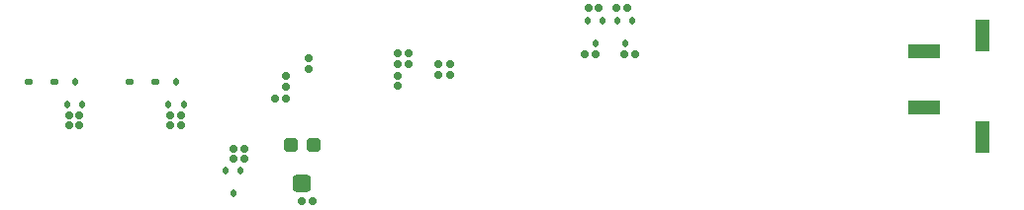
<source format=gbp>
G04*
G04 #@! TF.GenerationSoftware,Altium Limited,Altium Designer,23.0.1 (38)*
G04*
G04 Layer_Color=128*
%FSAX25Y25*%
%MOIN*%
G70*
G04*
G04 #@! TF.SameCoordinates,B9DD0259-405E-4331-997F-192D94839516*
G04*
G04*
G04 #@! TF.FilePolarity,Positive*
G04*
G01*
G75*
G04:AMPARAMS|DCode=25|XSize=23.62mil|YSize=23.62mil|CornerRadius=5.91mil|HoleSize=0mil|Usage=FLASHONLY|Rotation=270.000|XOffset=0mil|YOffset=0mil|HoleType=Round|Shape=RoundedRectangle|*
%AMROUNDEDRECTD25*
21,1,0.02362,0.01181,0,0,270.0*
21,1,0.01181,0.02362,0,0,270.0*
1,1,0.01181,-0.00591,-0.00591*
1,1,0.01181,-0.00591,0.00591*
1,1,0.01181,0.00591,0.00591*
1,1,0.01181,0.00591,-0.00591*
%
%ADD25ROUNDEDRECTD25*%
G04:AMPARAMS|DCode=29|XSize=25.2mil|YSize=25.2mil|CornerRadius=6.3mil|HoleSize=0mil|Usage=FLASHONLY|Rotation=270.000|XOffset=0mil|YOffset=0mil|HoleType=Round|Shape=RoundedRectangle|*
%AMROUNDEDRECTD29*
21,1,0.02520,0.01260,0,0,270.0*
21,1,0.01260,0.02520,0,0,270.0*
1,1,0.01260,-0.00630,-0.00630*
1,1,0.01260,-0.00630,0.00630*
1,1,0.01260,0.00630,0.00630*
1,1,0.01260,0.00630,-0.00630*
%
%ADD29ROUNDEDRECTD29*%
G04:AMPARAMS|DCode=32|XSize=23.62mil|YSize=23.62mil|CornerRadius=5.91mil|HoleSize=0mil|Usage=FLASHONLY|Rotation=0.000|XOffset=0mil|YOffset=0mil|HoleType=Round|Shape=RoundedRectangle|*
%AMROUNDEDRECTD32*
21,1,0.02362,0.01181,0,0,0.0*
21,1,0.01181,0.02362,0,0,0.0*
1,1,0.01181,0.00591,-0.00591*
1,1,0.01181,-0.00591,-0.00591*
1,1,0.01181,-0.00591,0.00591*
1,1,0.01181,0.00591,0.00591*
%
%ADD32ROUNDEDRECTD32*%
G04:AMPARAMS|DCode=33|XSize=25.2mil|YSize=25.2mil|CornerRadius=6.3mil|HoleSize=0mil|Usage=FLASHONLY|Rotation=180.000|XOffset=0mil|YOffset=0mil|HoleType=Round|Shape=RoundedRectangle|*
%AMROUNDEDRECTD33*
21,1,0.02520,0.01260,0,0,180.0*
21,1,0.01260,0.02520,0,0,180.0*
1,1,0.01260,-0.00630,0.00630*
1,1,0.01260,0.00630,0.00630*
1,1,0.01260,0.00630,-0.00630*
1,1,0.01260,-0.00630,-0.00630*
%
%ADD33ROUNDEDRECTD33*%
G04:AMPARAMS|DCode=107|XSize=18.5mil|YSize=23.62mil|CornerRadius=4.63mil|HoleSize=0mil|Usage=FLASHONLY|Rotation=0.000|XOffset=0mil|YOffset=0mil|HoleType=Round|Shape=RoundedRectangle|*
%AMROUNDEDRECTD107*
21,1,0.01850,0.01437,0,0,0.0*
21,1,0.00925,0.02362,0,0,0.0*
1,1,0.00925,0.00463,-0.00719*
1,1,0.00925,-0.00463,-0.00719*
1,1,0.00925,-0.00463,0.00719*
1,1,0.00925,0.00463,0.00719*
%
%ADD107ROUNDEDRECTD107*%
G04:AMPARAMS|DCode=108|XSize=25.59mil|YSize=19.68mil|CornerRadius=4.92mil|HoleSize=0mil|Usage=FLASHONLY|Rotation=0.000|XOffset=0mil|YOffset=0mil|HoleType=Round|Shape=RoundedRectangle|*
%AMROUNDEDRECTD108*
21,1,0.02559,0.00984,0,0,0.0*
21,1,0.01575,0.01968,0,0,0.0*
1,1,0.00984,0.00787,-0.00492*
1,1,0.00984,-0.00787,-0.00492*
1,1,0.00984,-0.00787,0.00492*
1,1,0.00984,0.00787,0.00492*
%
%ADD108ROUNDEDRECTD108*%
G04:AMPARAMS|DCode=109|XSize=108.27mil|YSize=47.24mil|CornerRadius=2.36mil|HoleSize=0mil|Usage=FLASHONLY|Rotation=90.000|XOffset=0mil|YOffset=0mil|HoleType=Round|Shape=RoundedRectangle|*
%AMROUNDEDRECTD109*
21,1,0.10827,0.04252,0,0,90.0*
21,1,0.10354,0.04724,0,0,90.0*
1,1,0.00472,0.02126,0.05177*
1,1,0.00472,0.02126,-0.05177*
1,1,0.00472,-0.02126,-0.05177*
1,1,0.00472,-0.02126,0.05177*
%
%ADD109ROUNDEDRECTD109*%
G04:AMPARAMS|DCode=110|XSize=47.24mil|YSize=47.24mil|CornerRadius=11.81mil|HoleSize=0mil|Usage=FLASHONLY|Rotation=0.000|XOffset=0mil|YOffset=0mil|HoleType=Round|Shape=RoundedRectangle|*
%AMROUNDEDRECTD110*
21,1,0.04724,0.02362,0,0,0.0*
21,1,0.02362,0.04724,0,0,0.0*
1,1,0.02362,0.01181,-0.01181*
1,1,0.02362,-0.01181,-0.01181*
1,1,0.02362,-0.01181,0.01181*
1,1,0.02362,0.01181,0.01181*
%
%ADD110ROUNDEDRECTD110*%
G04:AMPARAMS|DCode=111|XSize=62.99mil|YSize=59.06mil|CornerRadius=14.76mil|HoleSize=0mil|Usage=FLASHONLY|Rotation=0.000|XOffset=0mil|YOffset=0mil|HoleType=Round|Shape=RoundedRectangle|*
%AMROUNDEDRECTD111*
21,1,0.06299,0.02953,0,0,0.0*
21,1,0.03347,0.05906,0,0,0.0*
1,1,0.02953,0.01673,-0.01476*
1,1,0.02953,-0.01673,-0.01476*
1,1,0.02953,-0.01673,0.01476*
1,1,0.02953,0.01673,0.01476*
%
%ADD111ROUNDEDRECTD111*%
G04:AMPARAMS|DCode=112|XSize=108.27mil|YSize=47.24mil|CornerRadius=2.36mil|HoleSize=0mil|Usage=FLASHONLY|Rotation=0.000|XOffset=0mil|YOffset=0mil|HoleType=Round|Shape=RoundedRectangle|*
%AMROUNDEDRECTD112*
21,1,0.10827,0.04252,0,0,0.0*
21,1,0.10354,0.04724,0,0,0.0*
1,1,0.00472,0.05177,-0.02126*
1,1,0.00472,-0.05177,-0.02126*
1,1,0.00472,-0.05177,0.02126*
1,1,0.00472,0.05177,0.02126*
%
%ADD112ROUNDEDRECTD112*%
D25*
X0157776Y0013976D02*
D03*
X0186417Y0063976D02*
D03*
X0189961D02*
D03*
X0189961Y0060236D02*
D03*
X0186417D02*
D03*
X0154232Y0013976D02*
D03*
X0254134Y0079134D02*
D03*
X0250590D02*
D03*
X0253051Y0063484D02*
D03*
X0249508D02*
D03*
X0263779Y0079134D02*
D03*
X0260236D02*
D03*
X0262894Y0063484D02*
D03*
X0266437D02*
D03*
D29*
X0145039Y0048720D02*
D03*
X0148661D02*
D03*
D32*
X0131004Y0028248D02*
D03*
Y0031791D02*
D03*
X0113287Y0043110D02*
D03*
Y0039567D02*
D03*
X0109744D02*
D03*
Y0043110D02*
D03*
X0079232D02*
D03*
Y0039567D02*
D03*
X0075689D02*
D03*
Y0043110D02*
D03*
X0204035Y0060138D02*
D03*
Y0056595D02*
D03*
X0200098Y0060138D02*
D03*
Y0056595D02*
D03*
X0148622Y0052658D02*
D03*
X0134744Y0028248D02*
D03*
Y0031791D02*
D03*
X0148622Y0056201D02*
D03*
D33*
X0156398Y0062146D02*
D03*
Y0058524D02*
D03*
X0186516Y0056437D02*
D03*
Y0052815D02*
D03*
D107*
X0133563Y0024213D02*
D03*
X0128445D02*
D03*
X0131004Y0016732D02*
D03*
X0080216Y0046752D02*
D03*
X0077657Y0054232D02*
D03*
X0075098Y0046752D02*
D03*
X0114272D02*
D03*
X0111713Y0054232D02*
D03*
X0109153Y0046752D02*
D03*
X0265551Y0074902D02*
D03*
X0260433D02*
D03*
X0262992Y0067421D02*
D03*
X0255512Y0074902D02*
D03*
X0250394D02*
D03*
X0252953Y0067421D02*
D03*
D108*
X0070669Y0054232D02*
D03*
X0062008D02*
D03*
X0104724D02*
D03*
X0096063D02*
D03*
D109*
X0383465Y0069980D02*
D03*
Y0035728D02*
D03*
D110*
X0158169Y0032874D02*
D03*
X0150295D02*
D03*
D111*
X0154232Y0020079D02*
D03*
D112*
X0363681Y0064665D02*
D03*
Y0045669D02*
D03*
M02*

</source>
